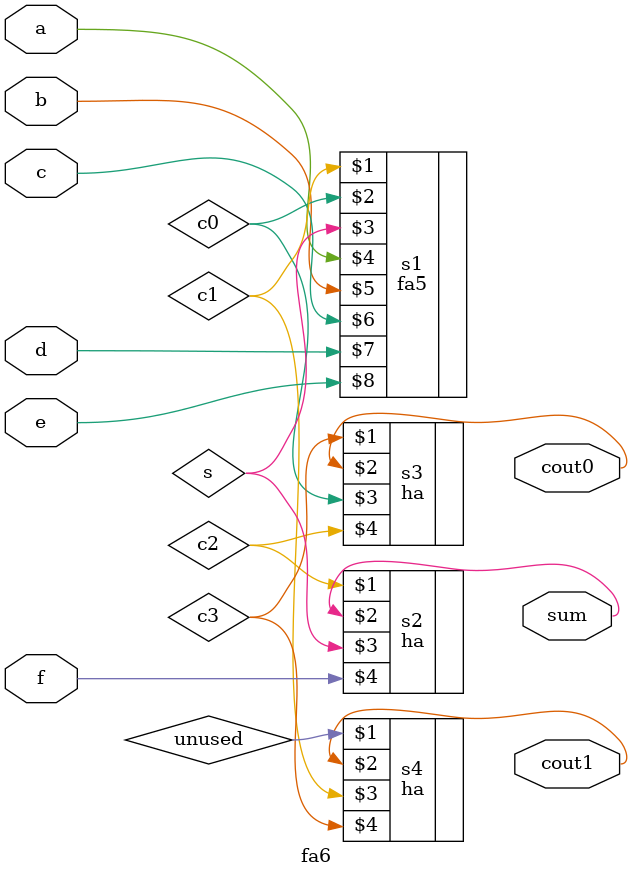
<source format=v>
module fa6(cout1,cout0,sum,a,b,c,d,e,f);
input a,b,c,d,e,f;
output sum,cout1,cout0;

fa5 s1(c1,c0,s,a,b,c,d,e);
ha s2(c2,sum,s,f);
ha s3(c3,cout0,c0,c2);
ha s4(unused,cout1,c1,c3);

endmodule

</source>
